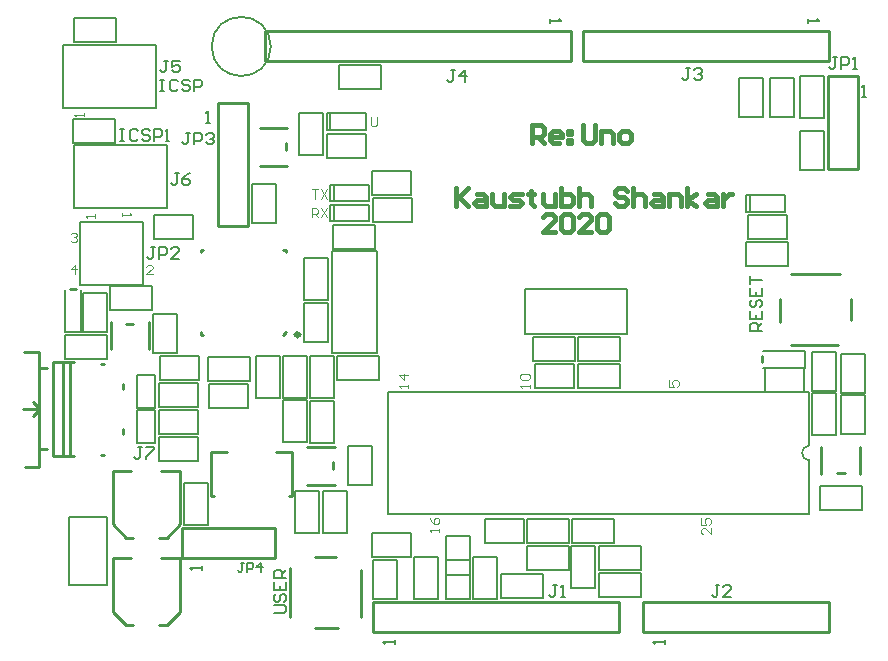
<source format=gto>
G04*
G04 #@! TF.GenerationSoftware,Altium Limited,Altium Designer,20.1.14 (287)*
G04*
G04 Layer_Color=65535*
%FSLAX44Y44*%
%MOMM*%
G71*
G04*
G04 #@! TF.SameCoordinates,7BFD3521-CE32-4739-868A-3B6082625FC7*
G04*
G04*
G04 #@! TF.FilePolarity,Positive*
G04*
G01*
G75*
%ADD10C,0.2000*%
%ADD11C,0.4000*%
%ADD12C,0.2540*%
%ADD13C,0.1000*%
D10*
X177400Y508068D02*
G03*
X177400Y508000I-25000J-68D01*
G01*
X633550Y170180D02*
G03*
X633550Y157480I0J-6350D01*
G01*
X80370Y455630D02*
Y508970D01*
X1630Y455630D02*
Y508970D01*
Y455630D02*
X80370D01*
X1630Y508970D02*
X80370D01*
X89370Y371030D02*
Y424370D01*
X10630Y371030D02*
Y424370D01*
Y371030D02*
X89370D01*
X10630Y424370D02*
X89370D01*
X16030Y305780D02*
X69370D01*
X16030Y359120D02*
X69370D01*
Y305780D02*
Y359120D01*
X16030Y305780D02*
Y359120D01*
X208160Y172720D02*
Y208280D01*
X187840D02*
X208160D01*
X187840Y172720D02*
Y208280D01*
Y172720D02*
X208160D01*
X455220Y41840D02*
X490780D01*
Y62160D01*
X455220D02*
X490780D01*
X455220Y41840D02*
Y62160D01*
X452160Y49220D02*
Y84780D01*
X431840D02*
X452160D01*
X431840Y49220D02*
Y84780D01*
Y49220D02*
X452160D01*
X14500Y110000D02*
X39000D01*
Y52000D02*
Y110000D01*
X7000Y52000D02*
X39000D01*
X7000D02*
Y110000D01*
X14500D01*
X392820Y303050D02*
X479180D01*
X392820Y264950D02*
Y303050D01*
Y264950D02*
X479180D01*
Y303050D01*
X267050Y248320D02*
Y334680D01*
X228950D02*
X267050D01*
X228950Y248320D02*
Y334680D01*
Y248320D02*
X267050D01*
X276750Y215830D02*
X633550D01*
X276750Y189830D02*
Y215830D01*
Y111830D02*
X633550D01*
X276750D02*
Y137830D01*
X633550Y170180D02*
Y215830D01*
Y111830D02*
Y157480D01*
X276750Y137830D02*
Y189830D01*
X187840Y210720D02*
X208160D01*
X187840D02*
Y246280D01*
X208160D01*
Y210720D02*
Y246280D01*
X205840Y328780D02*
X226160D01*
Y293220D02*
Y328780D01*
X205840Y293220D02*
X226160D01*
X205840D02*
Y328780D01*
X164840Y210220D02*
X185160D01*
X164840D02*
Y245780D01*
X185160D01*
Y210220D02*
Y245780D01*
X45780Y425840D02*
Y446160D01*
X10220Y425840D02*
X45780D01*
X10220D02*
Y446160D01*
X45780D01*
X625840Y447220D02*
X646160D01*
X625840D02*
Y482780D01*
X646160D01*
Y447220D02*
Y482780D01*
X372220Y40840D02*
Y61160D01*
X407780D01*
Y40840D02*
Y61160D01*
X372220Y40840D02*
X407780D01*
X298840Y75780D02*
X319160D01*
Y40220D02*
Y75780D01*
X298840Y40220D02*
X319160D01*
X298840D02*
Y75780D01*
X348840D02*
X369160D01*
Y40220D02*
Y75780D01*
X348840Y40220D02*
X369160D01*
X348840D02*
Y75780D01*
X46780Y511840D02*
Y532160D01*
X11220Y511840D02*
X46780D01*
X11220D02*
Y532160D01*
X46780D01*
X437220Y218840D02*
Y239160D01*
X472780D01*
Y218840D02*
Y239160D01*
X437220Y218840D02*
X472780D01*
X394220Y87840D02*
Y108160D01*
X429780D01*
Y87840D02*
Y108160D01*
X394220Y87840D02*
X429780D01*
X467780D02*
Y108160D01*
X432220Y87840D02*
X467780D01*
X432220D02*
Y108160D01*
X467780D01*
X201590Y451280D02*
X221910D01*
Y415720D02*
Y451280D01*
X201590Y415720D02*
X221910D01*
X201590D02*
Y451280D01*
X677780Y115340D02*
Y135660D01*
X642220Y115340D02*
X677780D01*
X642220D02*
Y135660D01*
X677780D01*
X210840Y207780D02*
X231160D01*
Y172220D02*
Y207780D01*
X210840Y172220D02*
X231160D01*
X210840D02*
Y207780D01*
X76780Y284840D02*
Y305160D01*
X41220Y284840D02*
X76780D01*
X41220D02*
Y305160D01*
X76780D01*
X3220Y243340D02*
Y263660D01*
X38780D01*
Y243340D02*
Y263660D01*
X3220Y243340D02*
X38780D01*
X635840Y178720D02*
X656160D01*
X635840D02*
Y214280D01*
X656160D01*
Y178720D02*
Y214280D01*
X221840Y131780D02*
X242160D01*
Y96220D02*
Y131780D01*
X221840Y96220D02*
X242160D01*
X221840D02*
Y131780D01*
X230220Y336840D02*
X265780D01*
Y357160D01*
X230220D02*
X265780D01*
X230220Y336840D02*
Y357160D01*
X233720Y225840D02*
X269280D01*
Y246160D01*
X233720D02*
X269280D01*
X233720Y225840D02*
Y246160D01*
X399220Y262160D02*
X434780D01*
X399220Y241840D02*
Y262160D01*
Y241840D02*
X434780D01*
Y262160D01*
X437220D02*
X472780D01*
X437220Y241840D02*
Y262160D01*
Y241840D02*
X472780D01*
Y262160D01*
X231160Y210220D02*
Y245780D01*
X210840D02*
X231160D01*
X210840Y210220D02*
Y245780D01*
Y210220D02*
X231160D01*
X124220Y224840D02*
X159780D01*
Y245160D01*
X124220D02*
X159780D01*
X124220Y224840D02*
Y245160D01*
X103840Y103220D02*
Y138780D01*
Y103220D02*
X124160D01*
Y138780D01*
X103840D02*
X124160D01*
X197840Y96220D02*
Y131780D01*
Y96220D02*
X218160D01*
Y131780D01*
X197840D02*
X218160D01*
X455220Y64840D02*
X490780D01*
Y85160D01*
X455220D02*
X490780D01*
X455220Y64840D02*
Y85160D01*
X235220Y492160D02*
X270780D01*
X235220Y471840D02*
Y492160D01*
Y471840D02*
X270780D01*
Y492160D01*
X394220Y64840D02*
X429780D01*
Y85160D01*
X394220D02*
X429780D01*
X394220Y64840D02*
Y85160D01*
X580220Y321840D02*
X615780D01*
Y342160D01*
X580220D02*
X615780D01*
X580220Y321840D02*
Y342160D01*
X583000Y368000D02*
X613000D01*
Y371500D02*
Y378500D01*
X583000Y382000D02*
X613000D01*
Y368000D02*
Y371500D01*
Y378500D02*
Y382000D01*
X583000Y368000D02*
Y382000D01*
X580000Y368000D02*
Y382000D01*
X583000D01*
X580000Y368000D02*
X583000D01*
X228000Y437500D02*
X258000D01*
Y441000D02*
Y448000D01*
X228000Y451500D02*
X258000D01*
Y437500D02*
Y441000D01*
Y448000D02*
Y451500D01*
X228000Y437500D02*
Y451500D01*
X225000Y437500D02*
Y451500D01*
X228000D01*
X225000Y437500D02*
X228000D01*
X231000Y377000D02*
X261000D01*
Y380500D02*
Y387500D01*
X231000Y391000D02*
X261000D01*
Y377000D02*
Y380500D01*
Y387500D02*
Y391000D01*
X231000Y377000D02*
Y391000D01*
X228000Y377000D02*
Y391000D01*
X231000D01*
X228000Y377000D02*
X231000D01*
Y360000D02*
X261000D01*
Y363500D02*
Y370500D01*
X231000Y374000D02*
X261000D01*
Y360000D02*
Y363500D01*
Y370500D02*
Y374000D01*
X231000Y360000D02*
Y374000D01*
X228000Y360000D02*
Y374000D01*
X231000D01*
X228000Y360000D02*
X231000D01*
X3000Y266000D02*
X17000D01*
X3000D02*
Y302000D01*
X17000Y266000D02*
Y302000D01*
X630000Y236000D02*
Y250000D01*
X594000Y236000D02*
X630000D01*
X594000Y250000D02*
X630000D01*
X161840Y358490D02*
X182160D01*
X161840D02*
Y391510D01*
X182160D01*
Y358490D02*
Y391510D01*
X263490Y382090D02*
Y402410D01*
X296510D01*
Y382090D02*
Y402410D01*
X263490Y382090D02*
X296510D01*
X263740Y359590D02*
Y379910D01*
X296760D01*
Y359590D02*
Y379910D01*
X263740Y359590D02*
X296760D01*
X77840Y281510D02*
X98160D01*
Y248490D02*
Y281510D01*
X77840Y248490D02*
X98160D01*
X77840D02*
Y281510D01*
X111760Y344840D02*
Y365160D01*
X78740Y344840D02*
X111760D01*
X78740D02*
Y365160D01*
X111760D01*
X82490Y202840D02*
Y223160D01*
X115510D01*
Y202840D02*
Y223160D01*
X82490Y202840D02*
X115510D01*
X82490Y179840D02*
Y200160D01*
X115510D01*
Y179840D02*
Y200160D01*
X82490Y179840D02*
X115510D01*
Y156840D02*
Y177160D01*
X82490Y156840D02*
X115510D01*
X82490D02*
Y177160D01*
X115510D01*
X205840Y257490D02*
X226160D01*
X205840D02*
Y290510D01*
X226160D01*
Y257490D02*
Y290510D01*
X600340Y448490D02*
X620660D01*
X600340D02*
Y481510D01*
X620660D01*
Y448490D02*
Y481510D01*
X573590Y448490D02*
X593910D01*
X573590D02*
Y481510D01*
X593910D01*
Y448490D02*
Y481510D01*
X625840Y403490D02*
X646160D01*
X625840D02*
Y436510D01*
X646160D01*
Y403490D02*
Y436510D01*
X391510Y87840D02*
Y108160D01*
X358490Y87840D02*
X391510D01*
X358490D02*
Y108160D01*
X391510D01*
X595490Y215840D02*
Y236160D01*
X628510D01*
Y215840D02*
Y236160D01*
X595490Y215840D02*
X628510D01*
X258010Y413840D02*
Y434160D01*
X224990Y413840D02*
X258010D01*
X224990D02*
Y434160D01*
X258010D01*
X434510Y218840D02*
Y239160D01*
X401490Y218840D02*
X434510D01*
X401490D02*
Y239160D01*
X434510D01*
X581490Y344840D02*
Y365160D01*
X614510D01*
Y344840D02*
Y365160D01*
X581490Y344840D02*
X614510D01*
X659840Y179490D02*
X680160D01*
X659840D02*
Y212510D01*
X680160D01*
Y179490D02*
Y212510D01*
X18840Y266240D02*
X39160D01*
X18840D02*
Y299260D01*
X39160D01*
Y266240D02*
Y299260D01*
X659840Y248010D02*
X680160D01*
Y214990D02*
Y248010D01*
X659840Y214990D02*
X680160D01*
X659840D02*
Y248010D01*
X263840Y73510D02*
X284160D01*
Y40490D02*
Y73510D01*
X263840Y40490D02*
X284160D01*
X263840D02*
Y73510D01*
X242840Y136490D02*
X263160D01*
X242840D02*
Y169510D01*
X263160D01*
Y136490D02*
Y169510D01*
X116510Y225840D02*
Y246160D01*
X83490Y225840D02*
X116510D01*
X83490D02*
Y246160D01*
X116510D01*
X635840Y249510D02*
X656160D01*
Y216490D02*
Y249510D01*
X635840Y216490D02*
X656160D01*
X635840D02*
Y249510D01*
X296510Y75840D02*
Y96160D01*
X263490Y75840D02*
X296510D01*
X263490D02*
Y96160D01*
X296510D01*
X125490Y201840D02*
Y222160D01*
X158510D01*
Y201840D02*
Y222160D01*
X125490Y201840D02*
X158510D01*
X325840Y93510D02*
X346160D01*
Y60490D02*
Y93510D01*
X325840Y60490D02*
X346160D01*
X325840D02*
Y93510D01*
Y73510D02*
X346160D01*
Y40490D02*
Y73510D01*
X325840Y40490D02*
X346160D01*
X325840D02*
Y73510D01*
X64380Y229970D02*
X79620D01*
X64380Y202030D02*
Y229970D01*
X79620Y202030D02*
Y229970D01*
X64380Y202030D02*
X79620D01*
X64380Y199970D02*
X79620D01*
X64380Y172030D02*
Y199970D01*
X79620Y172030D02*
Y199970D01*
X64380Y172030D02*
X79620D01*
X413480Y531400D02*
Y528068D01*
Y529734D01*
X423477D01*
X421811Y531400D01*
X282480Y2000D02*
Y5332D01*
Y3666D01*
X272483D01*
X274149Y2000D01*
X631920Y531400D02*
Y528068D01*
Y529734D01*
X641917D01*
X640251Y531400D01*
X511080Y2000D02*
Y5332D01*
Y3666D01*
X501083D01*
X502749Y2000D01*
X122600Y442920D02*
X125932D01*
X124266D01*
Y452917D01*
X122600Y451251D01*
X678000Y465000D02*
X681332D01*
X679666D01*
Y474997D01*
X678000Y473331D01*
X119280Y64600D02*
Y67932D01*
Y66266D01*
X109283D01*
X110949Y64600D01*
X68334Y168998D02*
X65002D01*
X66668D01*
Y160668D01*
X65002Y159002D01*
X63335D01*
X61669Y160668D01*
X71666Y168998D02*
X78331D01*
Y167332D01*
X71666Y160668D01*
Y159002D01*
X50000Y437997D02*
X53332D01*
X51666D01*
Y428000D01*
X50000D01*
X53332D01*
X64995Y436331D02*
X63329Y437997D01*
X59997D01*
X58331Y436331D01*
Y429666D01*
X59997Y428000D01*
X63329D01*
X64995Y429666D01*
X74992Y436331D02*
X73326Y437997D01*
X69994D01*
X68327Y436331D01*
Y434664D01*
X69994Y432998D01*
X73326D01*
X74992Y431332D01*
Y429666D01*
X73326Y428000D01*
X69994D01*
X68327Y429666D01*
X78324Y428000D02*
Y437997D01*
X83323D01*
X84989Y436331D01*
Y432998D01*
X83323Y431332D01*
X78324D01*
X88321Y428000D02*
X91653D01*
X89987D01*
Y437997D01*
X88321Y436331D01*
X84000Y479997D02*
X87332D01*
X85666D01*
Y470000D01*
X84000D01*
X87332D01*
X98995Y478331D02*
X97329Y479997D01*
X93997D01*
X92331Y478331D01*
Y471666D01*
X93997Y470000D01*
X97329D01*
X98995Y471666D01*
X108992Y478331D02*
X107326Y479997D01*
X103994D01*
X102327Y478331D01*
Y476665D01*
X103994Y474998D01*
X107326D01*
X108992Y473332D01*
Y471666D01*
X107326Y470000D01*
X103994D01*
X102327Y471666D01*
X112324Y470000D02*
Y479997D01*
X117323D01*
X118989Y478331D01*
Y474998D01*
X117323Y473332D01*
X112324D01*
X180003Y28000D02*
X188334D01*
X190000Y29666D01*
Y32998D01*
X188334Y34664D01*
X180003D01*
X181669Y44661D02*
X180003Y42995D01*
Y39663D01*
X181669Y37997D01*
X183335D01*
X185002Y39663D01*
Y42995D01*
X186668Y44661D01*
X188334D01*
X190000Y42995D01*
Y39663D01*
X188334Y37997D01*
X180003Y54658D02*
Y47994D01*
X190000D01*
Y54658D01*
X185002Y47994D02*
Y51326D01*
X190000Y57990D02*
X180003D01*
Y62989D01*
X181669Y64655D01*
X185002D01*
X186668Y62989D01*
Y57990D01*
Y61323D02*
X190000Y64655D01*
X593000Y267000D02*
X583003D01*
Y271998D01*
X584669Y273664D01*
X588002D01*
X589668Y271998D01*
Y267000D01*
Y270332D02*
X593000Y273664D01*
X583003Y283661D02*
Y276997D01*
X593000D01*
Y283661D01*
X588002Y276997D02*
Y280329D01*
X584669Y293658D02*
X583003Y291992D01*
Y288660D01*
X584669Y286994D01*
X586335D01*
X588002Y288660D01*
Y291992D01*
X589668Y293658D01*
X591334D01*
X593000Y291992D01*
Y288660D01*
X591334Y286994D01*
X583003Y303655D02*
Y296990D01*
X593000D01*
Y303655D01*
X588002Y296990D02*
Y300323D01*
X583003Y306987D02*
Y313652D01*
Y310319D01*
X593000D01*
X154668Y70999D02*
X152003D01*
X153336D01*
Y64334D01*
X152003Y63001D01*
X150670D01*
X149337Y64334D01*
X157334Y63001D02*
Y70999D01*
X161333D01*
X162666Y69666D01*
Y67000D01*
X161333Y65667D01*
X157334D01*
X169330Y63001D02*
Y70999D01*
X165332Y67000D01*
X170663D01*
X79335Y337998D02*
X76003D01*
X77669D01*
Y329668D01*
X76003Y328002D01*
X74337D01*
X72671Y329668D01*
X82668Y328002D02*
Y337998D01*
X87666D01*
X89332Y336332D01*
Y333000D01*
X87666Y331334D01*
X82668D01*
X99329Y328002D02*
X92664D01*
X99329Y334666D01*
Y336332D01*
X97663Y337998D01*
X94331D01*
X92664Y336332D01*
X99334Y400998D02*
X96002D01*
X97668D01*
Y392668D01*
X96002Y391002D01*
X94335D01*
X92669Y392668D01*
X109331Y400998D02*
X105998Y399332D01*
X102666Y396000D01*
Y392668D01*
X104332Y391002D01*
X107664D01*
X109331Y392668D01*
Y394334D01*
X107664Y396000D01*
X102666D01*
X90334Y495998D02*
X87002D01*
X88668D01*
Y487668D01*
X87002Y486002D01*
X85336D01*
X83669Y487668D01*
X100331Y495998D02*
X93666D01*
Y491000D01*
X96998Y492666D01*
X98665D01*
X100331Y491000D01*
Y487668D01*
X98665Y486002D01*
X95332D01*
X93666Y487668D01*
X109335Y434998D02*
X106003D01*
X107669D01*
Y426668D01*
X106003Y425002D01*
X104337D01*
X102671Y426668D01*
X112668Y425002D02*
Y434998D01*
X117666D01*
X119332Y433332D01*
Y430000D01*
X117666Y428334D01*
X112668D01*
X122664Y433332D02*
X124331Y434998D01*
X127663D01*
X129329Y433332D01*
Y431666D01*
X127663Y430000D01*
X125997D01*
X127663D01*
X129329Y428334D01*
Y426668D01*
X127663Y425002D01*
X124331D01*
X122664Y426668D01*
X333334Y487998D02*
X330002D01*
X331668D01*
Y479668D01*
X330002Y478002D01*
X328335D01*
X326669Y479668D01*
X341665Y478002D02*
Y487998D01*
X336666Y483000D01*
X343331D01*
X532334Y489998D02*
X529002D01*
X530668D01*
Y481668D01*
X529002Y480002D01*
X527336D01*
X525669Y481668D01*
X535666Y488332D02*
X537332Y489998D01*
X540664D01*
X542331Y488332D01*
Y486666D01*
X540664Y485000D01*
X538998D01*
X540664D01*
X542331Y483334D01*
Y481668D01*
X540664Y480002D01*
X537332D01*
X535666Y481668D01*
X657002Y498998D02*
X653669D01*
X655335D01*
Y490668D01*
X653669Y489002D01*
X652003D01*
X650337Y490668D01*
X660334Y489002D02*
Y498998D01*
X665332D01*
X666998Y497332D01*
Y494000D01*
X665332Y492334D01*
X660334D01*
X670331Y489002D02*
X673663D01*
X671997D01*
Y498998D01*
X670331Y497332D01*
X557334Y51998D02*
X554002D01*
X555668D01*
Y43668D01*
X554002Y42002D01*
X552336D01*
X550669Y43668D01*
X567331Y42002D02*
X560666D01*
X567331Y48666D01*
Y50332D01*
X565664Y51998D01*
X562332D01*
X560666Y50332D01*
X420000Y51998D02*
X416668D01*
X418334D01*
Y43668D01*
X416668Y42002D01*
X415002D01*
X413335Y43668D01*
X423332Y42002D02*
X426665D01*
X424998D01*
Y51998D01*
X423332Y50332D01*
D11*
X201414Y264000D02*
G03*
X201414Y264000I-1414J0D01*
G01*
X418157Y351000D02*
X408000D01*
X418157Y361157D01*
Y363696D01*
X415617Y366235D01*
X410539D01*
X408000Y363696D01*
X423235D02*
X425774Y366235D01*
X430853D01*
X433392Y363696D01*
Y353539D01*
X430853Y351000D01*
X425774D01*
X423235Y353539D01*
Y363696D01*
X448627Y351000D02*
X438470D01*
X448627Y361157D01*
Y363696D01*
X446088Y366235D01*
X441009D01*
X438470Y363696D01*
X453705D02*
X456244Y366235D01*
X461323D01*
X463862Y363696D01*
Y353539D01*
X461323Y351000D01*
X456244D01*
X453705Y353539D01*
Y363696D01*
X334000Y388235D02*
Y373000D01*
Y378078D01*
X344157Y388235D01*
X336539Y380617D01*
X344157Y373000D01*
X351774Y383157D02*
X356853D01*
X359392Y380617D01*
Y373000D01*
X351774D01*
X349235Y375539D01*
X351774Y378078D01*
X359392D01*
X364470Y383157D02*
Y375539D01*
X367009Y373000D01*
X374627D01*
Y383157D01*
X379705Y373000D02*
X387323D01*
X389862Y375539D01*
X387323Y378078D01*
X382244D01*
X379705Y380617D01*
X382244Y383157D01*
X389862D01*
X397480Y385696D02*
Y383157D01*
X394940D01*
X400019D01*
X397480D01*
Y375539D01*
X400019Y373000D01*
X407636Y383157D02*
Y375539D01*
X410175Y373000D01*
X417793D01*
Y383157D01*
X422871Y388235D02*
Y373000D01*
X430489D01*
X433028Y375539D01*
Y378078D01*
Y380617D01*
X430489Y383157D01*
X422871D01*
X438106Y388235D02*
Y373000D01*
Y380617D01*
X440645Y383157D01*
X445724D01*
X448263Y380617D01*
Y373000D01*
X478733Y385696D02*
X476194Y388235D01*
X471116D01*
X468577Y385696D01*
Y383157D01*
X471116Y380617D01*
X476194D01*
X478733Y378078D01*
Y375539D01*
X476194Y373000D01*
X471116D01*
X468577Y375539D01*
X483811Y388235D02*
Y373000D01*
Y380617D01*
X486351Y383157D01*
X491429D01*
X493968Y380617D01*
Y373000D01*
X501586Y383157D02*
X506664D01*
X509203Y380617D01*
Y373000D01*
X501586D01*
X499047Y375539D01*
X501586Y378078D01*
X509203D01*
X514282Y373000D02*
Y383157D01*
X521899D01*
X524438Y380617D01*
Y373000D01*
X529517D02*
Y388235D01*
Y378078D02*
X537134Y383157D01*
X529517Y378078D02*
X537134Y373000D01*
X547291Y383157D02*
X552369D01*
X554908Y380617D01*
Y373000D01*
X547291D01*
X544752Y375539D01*
X547291Y378078D01*
X554908D01*
X559987Y383157D02*
Y373000D01*
Y378078D01*
X562526Y380617D01*
X565065Y383157D01*
X567604D01*
X399000Y426000D02*
Y441235D01*
X406618D01*
X409157Y438696D01*
Y433618D01*
X406618Y431078D01*
X399000D01*
X404078D02*
X409157Y426000D01*
X421853D02*
X416774D01*
X414235Y428539D01*
Y433618D01*
X416774Y436157D01*
X421853D01*
X424392Y433618D01*
Y431078D01*
X414235D01*
X429470Y436157D02*
X432009D01*
Y433618D01*
X429470D01*
Y436157D01*
Y428539D02*
X432009D01*
Y426000D01*
X429470D01*
Y428539D01*
X442166Y441235D02*
Y428539D01*
X444705Y426000D01*
X449784D01*
X452323Y428539D01*
Y441235D01*
X457401Y426000D02*
Y436157D01*
X465019D01*
X467558Y433618D01*
Y426000D01*
X475175D02*
X480254D01*
X482793Y428539D01*
Y433618D01*
X480254Y436157D01*
X475175D01*
X472636Y433618D01*
Y428539D01*
X475175Y426000D01*
D12*
X172720Y520900D02*
X431800D01*
X172720Y495500D02*
Y520900D01*
Y495500D02*
X431800D01*
Y520900D01*
X264160Y37900D02*
X472440D01*
X264160Y12500D02*
Y37900D01*
Y12500D02*
X472440D01*
Y37900D01*
X441960Y495500D02*
X650240D01*
Y520900D01*
X441960D02*
X650240D01*
X441960Y495500D02*
Y520900D01*
X492760Y37900D02*
X650240D01*
X492760Y12500D02*
Y37900D01*
Y12500D02*
X650240D01*
Y37900D01*
X618000Y315000D02*
X639000D01*
X659000D01*
X618000Y255000D02*
X639000D01*
X658000D01*
X609000Y275000D02*
Y294000D01*
X669000Y276000D02*
Y294000D01*
X194000Y25000D02*
Y46000D01*
Y66000D01*
X254000Y25000D02*
Y46000D01*
Y65000D01*
X215000Y16000D02*
X234000D01*
X215000Y76000D02*
X233000D01*
X133100Y356000D02*
X158500D01*
X133100D02*
Y460000D01*
X158500D01*
Y356000D02*
Y460000D01*
X649100Y404000D02*
Y483000D01*
X674500D01*
X649100Y404000D02*
X674500D01*
Y483000D01*
X102200Y75100D02*
X181200D01*
X102200D02*
Y100500D01*
X181200Y75100D02*
Y100500D01*
X102200D02*
X181200D01*
X127000Y127000D02*
X129000D01*
X193000D02*
X195000D01*
Y165000D01*
X182000D02*
X195000D01*
X127000D02*
X140000D01*
X127000Y127000D02*
Y165000D01*
X190000Y420000D02*
Y426500D01*
X168500Y406500D02*
X191500D01*
X168500Y439000D02*
X191500D01*
X54500Y273250D02*
X61000D01*
X74500Y251750D02*
Y274750D01*
X42000Y251750D02*
Y274750D01*
X657000Y147250D02*
X663500D01*
X643500Y145750D02*
Y168750D01*
X676000Y145750D02*
Y168750D01*
X230000Y150000D02*
Y156500D01*
X208500Y136500D02*
X231500D01*
X208500Y169000D02*
X231500D01*
X83000Y92200D02*
X89500D01*
X100600Y103300D01*
Y121100D01*
Y148600D01*
X84700Y148500D02*
X99700D01*
X54700Y92200D02*
X61200D01*
X43600Y103300D02*
X54700Y92200D01*
X43600Y103300D02*
Y121100D01*
Y148600D01*
X44500Y148500D02*
X59500D01*
X83000Y18200D02*
X89500D01*
X100600Y29300D01*
Y47100D01*
Y74600D01*
X84700Y74500D02*
X99700D01*
X54700Y18200D02*
X61200D01*
X43600Y29300D02*
X54700Y18200D01*
X43600Y29300D02*
Y47100D01*
Y74600D01*
X44500Y74500D02*
X59500D01*
X33970Y162000D02*
X36470D01*
X34070Y239500D02*
X36570D01*
X-6630Y161500D02*
X9270D01*
X-7030D02*
Y240400D01*
X-6630D02*
X8270D01*
X1270Y162200D02*
Y240200D01*
X7370Y234000D02*
Y239500D01*
Y162000D02*
Y239500D01*
X8270Y240400D02*
X10970D01*
X9270Y161500D02*
X10870D01*
X-18630Y176250D02*
Y224750D01*
Y249000D01*
Y152000D02*
Y176250D01*
Y167000D02*
X-11630D01*
X-18630Y236000D02*
X-11630D01*
X-26630Y249000D02*
X-18630D01*
X-30630Y152000D02*
X-18630D01*
X-31630Y249000D02*
X-26630D01*
X-32630Y201000D02*
X-18630D01*
Y202000D01*
X-23630Y207000D02*
X-18630Y202000D01*
Y200000D02*
Y201000D01*
X-23630Y195000D02*
X-18630Y200000D01*
X52070Y179700D02*
Y183700D01*
X51970Y218300D02*
Y222300D01*
X118000Y264000D02*
Y266000D01*
Y264000D02*
X120000D01*
X118000Y336000D02*
X120000D01*
X118000Y334000D02*
Y336000D01*
X190000Y334000D02*
Y336000D01*
X188000D02*
X190000D01*
X189000Y265000D02*
X190000Y266000D01*
X188000Y264000D02*
X190000Y266000D01*
X7500Y303000D02*
X12500D01*
X593000Y240500D02*
Y245500D01*
D13*
X19000Y449000D02*
Y451666D01*
Y450333D01*
X11003D01*
X12335Y449000D01*
X28680Y363140D02*
Y365806D01*
Y364473D01*
X20683D01*
X22016Y363140D01*
X51320Y367010D02*
Y364344D01*
Y365677D01*
X59317D01*
X57984Y367010D01*
X261944Y448238D02*
Y441574D01*
X263277Y440241D01*
X265943D01*
X267276Y441574D01*
Y448238D01*
X211944Y363241D02*
Y371238D01*
X215943D01*
X217276Y369906D01*
Y367240D01*
X215943Y365907D01*
X211944D01*
X214610D02*
X217276Y363241D01*
X219942Y371238D02*
X225273Y363241D01*
Y371238D02*
X219942Y363241D01*
X211944Y387238D02*
X217276D01*
X214610D01*
Y379241D01*
X219942Y387238D02*
X225273Y379241D01*
Y387238D02*
X219942Y379241D01*
X550000Y100332D02*
Y95000D01*
X544668Y100332D01*
X543335D01*
X542003Y98999D01*
Y96333D01*
X543335Y95000D01*
X542003Y108329D02*
Y102997D01*
X546001D01*
X544668Y105663D01*
Y106996D01*
X546001Y108329D01*
X548667D01*
X550000Y106996D01*
Y104330D01*
X548667Y102997D01*
X320000Y97000D02*
Y99666D01*
Y98333D01*
X312003D01*
X313335Y97000D01*
X312003Y108996D02*
X313335Y106330D01*
X316001Y103665D01*
X318667D01*
X320000Y104998D01*
Y107663D01*
X318667Y108996D01*
X317334D01*
X316001Y107663D01*
Y103665D01*
X294000Y219000D02*
Y221666D01*
Y220333D01*
X286003D01*
X287335Y219000D01*
X294000Y229663D02*
X286003D01*
X290001Y225665D01*
Y230996D01*
X396759Y218944D02*
Y221610D01*
Y220277D01*
X388762D01*
X390094Y218944D01*
Y225609D02*
X388762Y226942D01*
Y229607D01*
X390094Y230940D01*
X395426D01*
X396759Y229607D01*
Y226942D01*
X395426Y225609D01*
X390094D01*
X514762Y225276D02*
Y219944D01*
X518760D01*
X517427Y222610D01*
Y223943D01*
X518760Y225276D01*
X521426D01*
X522759Y223943D01*
Y221277D01*
X521426Y219944D01*
X11943Y315241D02*
Y323238D01*
X7944Y319240D01*
X13276D01*
X7944Y348905D02*
X9277Y350238D01*
X11943D01*
X13276Y348905D01*
Y347573D01*
X11943Y346240D01*
X10610D01*
X11943D01*
X13276Y344907D01*
Y343574D01*
X11943Y342241D01*
X9277D01*
X7944Y343574D01*
X77332Y315000D02*
X72000D01*
X77332Y320332D01*
Y321665D01*
X75999Y322997D01*
X73333D01*
X72000Y321665D01*
M02*

</source>
